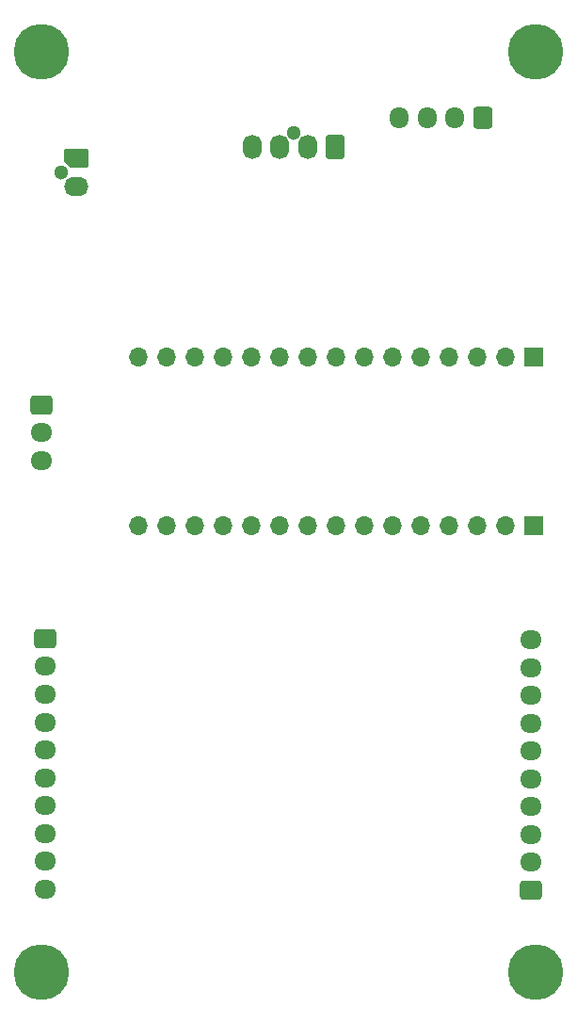
<source format=gbr>
%TF.GenerationSoftware,KiCad,Pcbnew,9.0.5*%
%TF.CreationDate,2025-11-03T04:05:24-05:00*%
%TF.ProjectId,FinishControllerBoard_v1,46696e69-7368-4436-9f6e-74726f6c6c65,rev?*%
%TF.SameCoordinates,Original*%
%TF.FileFunction,Soldermask,Bot*%
%TF.FilePolarity,Negative*%
%FSLAX46Y46*%
G04 Gerber Fmt 4.6, Leading zero omitted, Abs format (unit mm)*
G04 Created by KiCad (PCBNEW 9.0.5) date 2025-11-03 04:05:24*
%MOMM*%
%LPD*%
G01*
G04 APERTURE LIST*
G04 Aperture macros list*
%AMRoundRect*
0 Rectangle with rounded corners*
0 $1 Rounding radius*
0 $2 $3 $4 $5 $6 $7 $8 $9 X,Y pos of 4 corners*
0 Add a 4 corners polygon primitive as box body*
4,1,4,$2,$3,$4,$5,$6,$7,$8,$9,$2,$3,0*
0 Add four circle primitives for the rounded corners*
1,1,$1+$1,$2,$3*
1,1,$1+$1,$4,$5*
1,1,$1+$1,$6,$7*
1,1,$1+$1,$8,$9*
0 Add four rect primitives between the rounded corners*
20,1,$1+$1,$2,$3,$4,$5,0*
20,1,$1+$1,$4,$5,$6,$7,0*
20,1,$1+$1,$6,$7,$8,$9,0*
20,1,$1+$1,$8,$9,$2,$3,0*%
%AMFreePoly0*
4,1,22,0.945671,0.830970,1.026777,0.776777,1.080970,0.695671,1.100000,0.600000,1.100000,-0.600000,1.080970,-0.695671,1.026777,-0.776777,0.945671,-0.830970,0.850000,-0.850000,-0.450000,-0.850000,-0.545671,-0.830970,-0.626777,-0.776777,-1.026777,-0.376777,-1.080970,-0.295671,-1.100000,-0.200000,-1.100000,0.600000,-1.080970,0.695671,-1.026777,0.776777,-0.945671,0.830970,-0.850000,0.850000,
0.850000,0.850000,0.945671,0.830970,0.945671,0.830970,$1*%
G04 Aperture macros list end*
%ADD10C,5.000000*%
%ADD11RoundRect,0.250000X0.725000X-0.600000X0.725000X0.600000X-0.725000X0.600000X-0.725000X-0.600000X0*%
%ADD12O,1.950000X1.700000*%
%ADD13RoundRect,0.250000X-0.725000X0.600000X-0.725000X-0.600000X0.725000X-0.600000X0.725000X0.600000X0*%
%ADD14C,1.300000*%
%ADD15RoundRect,0.250000X-0.600000X0.850000X-0.600000X-0.850000X0.600000X-0.850000X0.600000X0.850000X0*%
%ADD16O,1.700000X2.200000*%
%ADD17R,1.700000X1.700000*%
%ADD18O,1.700000X1.700000*%
%ADD19RoundRect,0.250000X0.600000X0.725000X-0.600000X0.725000X-0.600000X-0.725000X0.600000X-0.725000X0*%
%ADD20O,1.700000X1.950000*%
%ADD21FreePoly0,0.000000*%
%ADD22O,2.200000X1.700000*%
G04 APERTURE END LIST*
D10*
%TO.C,H1*%
X183673940Y32586080D03*
%TD*%
D11*
%TO.C,J4*%
X227700000Y-42750000D03*
D12*
X227700000Y-40250000D03*
X227700000Y-37750000D03*
X227700000Y-35250000D03*
X227700000Y-32750000D03*
X227700000Y-30250000D03*
X227700000Y-27750000D03*
X227700000Y-25250000D03*
X227700000Y-22750000D03*
X227700000Y-20250000D03*
%TD*%
D13*
%TO.C,J5*%
X184000000Y-20150000D03*
D12*
X184000000Y-22650000D03*
X184000000Y-25150000D03*
X184000000Y-27650000D03*
X184000000Y-30150000D03*
X184000000Y-32650000D03*
X184000000Y-35150000D03*
X184000000Y-37650000D03*
X184000000Y-40150000D03*
X184000000Y-42650000D03*
%TD*%
D14*
%TO.C,J6*%
X206350000Y25340000D03*
D15*
X210100000Y24000000D03*
D16*
X207600000Y24000000D03*
X205100000Y24000000D03*
X202600000Y24000000D03*
%TD*%
D10*
%TO.C,H4*%
X228123160Y-50089840D03*
%TD*%
D17*
%TO.C,J9*%
X227980000Y-10000000D03*
D18*
X225440000Y-10000000D03*
X222900000Y-10000000D03*
X220360000Y-10000000D03*
X217820000Y-10000000D03*
X215280000Y-10000000D03*
X212740000Y-10000000D03*
X210200000Y-10000000D03*
X207660000Y-10000000D03*
X205120000Y-10000000D03*
X202580000Y-10000000D03*
X200040000Y-10000000D03*
X197500000Y-10000000D03*
X194960000Y-10000000D03*
X192420000Y-10000000D03*
%TD*%
D10*
%TO.C,H2*%
X228123160Y32586080D03*
%TD*%
D13*
%TO.C,J2*%
X183640000Y850000D03*
D12*
X183640000Y-1650000D03*
X183640000Y-4150000D03*
%TD*%
D19*
%TO.C,J1*%
X223350000Y26650000D03*
D20*
X220850000Y26650000D03*
X218350000Y26650000D03*
X215850000Y26650000D03*
%TD*%
D17*
%TO.C,J8*%
X227980000Y5203860D03*
D18*
X225440000Y5203860D03*
X222900000Y5203860D03*
X220360000Y5203860D03*
X217820000Y5203860D03*
X215280000Y5203860D03*
X212740000Y5203860D03*
X210200000Y5203860D03*
X207660000Y5203860D03*
X205120000Y5203860D03*
X202580000Y5203860D03*
X200040000Y5203860D03*
X197500000Y5203860D03*
X194960000Y5203860D03*
X192420000Y5203860D03*
%TD*%
D10*
%TO.C,H3*%
X183673940Y-50089840D03*
%TD*%
D14*
%TO.C,J3*%
X185460000Y21750000D03*
D21*
X186800000Y23000000D03*
D22*
X186800000Y20500000D03*
%TD*%
M02*

</source>
